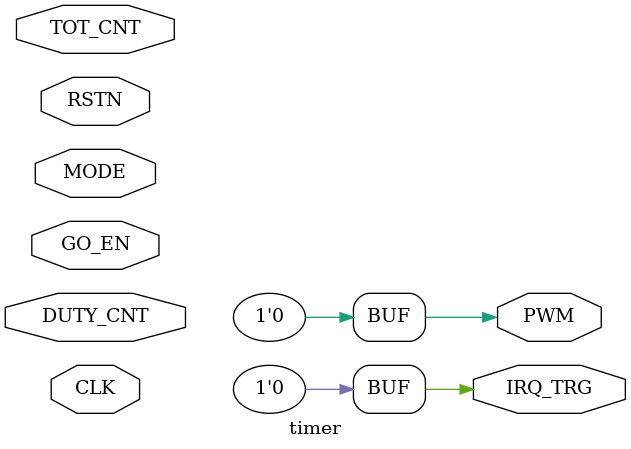
<source format=v>

module	timer (
		input			CLK,
		input			RSTN,
		
		input			MODE,
		input			GO_EN,
		input	[31:0]	TOT_CNT,
		input	[31:0]	DUTY_CNT,
		output			IRQ_TRG,
		output			PWM
	);
	
	// TO BE CONTINUED...
	assign				IRQ_TRG = 1'd0;
	assign				PWM = 1'd0;


endmodule

</source>
